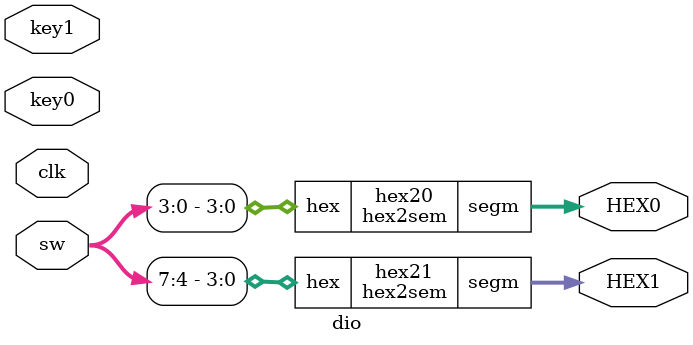
<source format=v>
module key
(
	input clk,
	input key0,
	output push
);
reg but_r;
reg but_rr;
always @(posedge clk)
begin
	but_r <= key0;
	but_rr <= but_r;
end
	assign push = ~but_rr & but_r;
endmodule



module hex2sem
(
	input [3:0] hex,
	output [6:0] segm
);
assign segm = (hex == 4'h0) ? 7'b0000000 :
		(hex == 4'h1) ? 7'b1111001 :
		(hex == 4'h2) ? 7'b0100100 :
		(hex == 4'h3) ? 7'b0110000 :
		(hex == 4'h4) ? 7'b0011001 :
		(hex == 4'h5) ? 7'b0010010 :
		(hex == 4'h6) ? 7'b0000010 :
		(hex == 4'h7) ? 7'b1111000 :
		(hex == 4'h8) ? 7'b0000000 :
		(hex == 4'h9) ? 7'b0010000 :
		(hex == 4'ha) ? 7'b0001000 :
		(hex == 4'hb) ? 7'b0000011 :
		(hex == 4'hc) ? 7'b1000110 :
		(hex == 4'hd) ? 7'b0100001 :
		(hex == 4'he) ? 7'b0000110 :
		(hex == 4'hf) ? 7'b0001110 : 7'h0;
endmodule


module dio
(
	input clk,
	input key0,
	input key1,
	input [7:0] sw,
	output [6:0] HEX0,
	output [6:0] HEX1

);
wire push1, push0;
reg [7:0] byte;
key key_0
(
	.clk	(clk),
	.key	(key0),
	.push	(push0)

);

key key_1
(
	.clk	(clk),
	.key	(key1),
	.push	(push1)

);

hex2sem hex20
(
	.hex	(sw[3:0]),
	.segm	(HEX0)
);

hex2sem hex21
(
	.hex	(sw[7:4]),
	.segm	(HEX1)
);

always @(posedge clk)
begin
	if (push0)
		byte <= 0;
	else if(push1 & key0)
		byte <= sw;
end



endmodule
</source>
